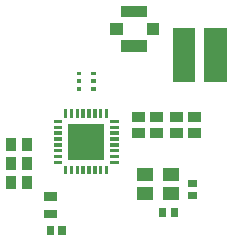
<source format=gbr>
G04 start of page 10 for group -4015 idx -4015 *
G04 Title: (unknown), toppaste *
G04 Creator: pcb 20110918 *
G04 CreationDate: Thu Aug 15 17:13:27 2013 UTC *
G04 For: mokus *
G04 Format: Gerber/RS-274X *
G04 PCB-Dimensions: 80000 100000 *
G04 PCB-Coordinate-Origin: lower left *
%MOIN*%
%FSLAX25Y25*%
%LNTOPPASTE*%
%ADD73R,0.0394X0.0394*%
%ADD72R,0.0118X0.0118*%
%ADD71R,0.0453X0.0453*%
%ADD70R,0.0236X0.0236*%
%ADD69R,0.0276X0.0276*%
%ADD68C,0.0001*%
%ADD67R,0.0110X0.0110*%
%ADD66R,0.0335X0.0335*%
%ADD65R,0.0750X0.0750*%
G54D65*X72500Y77700D02*Y67300D01*
X62100Y77700D02*Y67300D01*
G54D66*X59008Y52010D02*X59992D01*
X59008Y46500D02*X59992D01*
X65008D02*X65992D01*
X65008Y52010D02*X65992D01*
X52538Y52085D02*X53522D01*
X52538Y46575D02*X53522D01*
G54D67*X36297Y53897D02*Y52244D01*
X34329Y53897D02*Y52244D01*
X32360Y53897D02*Y52244D01*
X30392Y53897D02*Y52244D01*
X28424Y53897D02*Y52244D01*
X26456Y53897D02*Y52244D01*
X24487Y53897D02*Y52244D01*
X22519Y53897D02*Y52244D01*
X19133Y50511D02*X20786D01*
X19133Y48543D02*X20786D01*
X19133Y46574D02*X20786D01*
X19133Y44606D02*X20786D01*
X19133Y42638D02*X20786D01*
X19133Y40670D02*X20786D01*
X19133Y38701D02*X20786D01*
X19133Y36733D02*X20786D01*
X22519Y35000D02*Y33347D01*
X24487Y35000D02*Y33347D01*
X26456Y35000D02*Y33347D01*
X28424Y35000D02*Y33347D01*
X30392Y35000D02*Y33347D01*
X32360Y35000D02*Y33347D01*
X34329Y35000D02*Y33347D01*
X36297Y35000D02*Y33347D01*
X38030Y36733D02*X39683D01*
X38030Y38701D02*X39683D01*
X38030Y40670D02*X39683D01*
X38030Y42638D02*X39683D01*
X38030Y44606D02*X39683D01*
X38030Y46574D02*X39683D01*
X38030Y48543D02*X39683D01*
X38030Y50511D02*X39683D01*
G54D68*G36*
X23306Y49724D02*Y37520D01*
X35510D01*
Y49724D01*
X23306D01*
G37*
G54D69*X16713Y25452D02*X18287D01*
X16713Y19548D02*X18287D01*
G54D66*X46238Y46575D02*X47222D01*
X46238Y52085D02*X47222D01*
G54D70*X64546Y25710D02*X65136D01*
X64546Y29646D02*X65136D01*
X54999Y20492D02*Y19902D01*
X58935Y20492D02*Y19902D01*
G54D71*X57262Y26496D02*X58247D01*
X48601D02*X49585D01*
X57262Y32795D02*X58247D01*
X48601D02*X49585D01*
G54D72*X31769Y66457D02*X32163D01*
X31769Y63898D02*X32163D01*
X31769Y61339D02*X32163D01*
X26848Y66457D02*X27242D01*
X26848Y63898D02*X27242D01*
X26848Y61339D02*X27242D01*
G54D66*X4245Y43291D02*Y42307D01*
X9755Y43291D02*Y42307D01*
X4245Y30693D02*Y29709D01*
X9755Y30693D02*Y29709D01*
X4245Y36992D02*Y36008D01*
X9755Y36992D02*Y36008D01*
G54D73*X43138Y87115D02*X47863D01*
X43138Y75500D02*X47863D01*
X51603Y81209D02*X51800D01*
X39398D02*X39595D01*
G54D70*X21404Y14295D02*Y13705D01*
X17468Y14295D02*Y13705D01*
M02*

</source>
